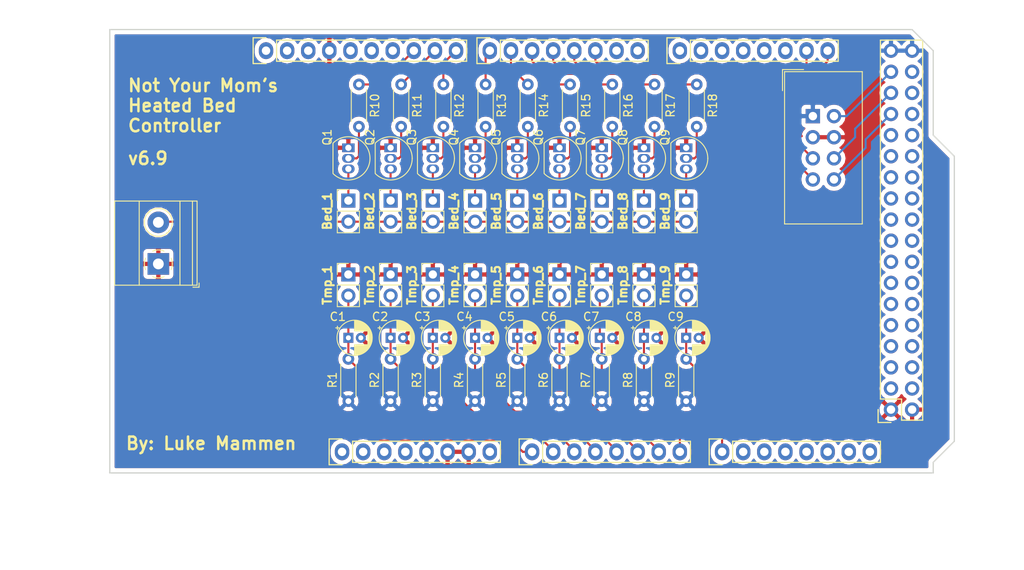
<source format=kicad_pcb>
(kicad_pcb (version 20171130) (host pcbnew "(5.0.2)-1")
  (title_block (date "mar. 31 mars 2015"))
  (layers (0 F.Cu signal) (31 B.Cu signal) (34 B.Paste user) (35 F.Paste user) (36 B.SilkS user) (37 F.SilkS user) (38 B.Mask user) (39 F.Mask user) (44 Edge.Cuts user))
  (net 0 "")
  (net 1 GND)
  (net 2 "/52(SCK)")
  (net 3 "/53(SS)")
  (net 4 "/50(MISO)")
  (net 5 "/51(MOSI)")
  (net 6 /48)
  (net 7 /49)
  (net 8 /46)
  (net 9 /47)
  (net 10 /44)
  (net 11 /45)
  (net 12 /42)
  (net 13 /43)
  (net 14 /40)
  (net 15 /41)
  (net 16 /38)
  (net 17 /39)
  (net 18 /36)
  (net 19 /37)
  (net 20 /34)
  (net 21 /35)
  (net 22 /32)
  (net 23 /33)
  (net 24 /30)
  (net 25 /31)
  (net 26 /28)
  (net 27 /29)
  (net 28 /26)
  (net 29 /27)
  (net 30 /24)
  (net 31 /25)
  (net 32 /22)
  (net 33 /23)
  (net 34 +5V)
  (net 35 /IOREF)
  (net 36 /Reset)
  (net 37 /Vin)
  (net 38 /A0)
  (net 39 /A1)
  (net 40 /A2)
  (net 41 /A3)
  (net 42 /A4)
  (net 43 /A5)
  (net 44 /A6)
  (net 45 /A7)
  (net 46 /A8)
  (net 47 /A9)
  (net 48 /A10)
  (net 49 /A11)
  (net 50 /A12)
  (net 51 /A13)
  (net 52 /A14)
  (net 53 /A15)
  (net 54 /SCL)
  (net 55 /SDA)
  (net 56 /AREF)
  (net 57 "/13(**)")
  (net 58 "/12(**)")
  (net 59 "/11(**)")
  (net 60 "/10(**)")
  (net 61 "/9(**)")
  (net 62 "/8(**)")
  (net 63 "/7(**)")
  (net 64 "/6(**)")
  (net 65 "/5(**)")
  (net 66 "/4(**)")
  (net 67 "/3(**)")
  (net 68 "/2(**)")
  (net 69 "/20(SDA)")
  (net 70 "/21(SCL)")
  (net 71 "Net-(P2-Pad1)")
  (net 72 +3V3)
  (net 73 "/1(Tx0)")
  (net 74 "/0(Rx0)")
  (net 75 "/14(Tx3)")
  (net 76 "/15(Rx3)")
  (net 77 "/16(Tx2)")
  (net 78 "/17(Rx2)")
  (net 79 "/18(Tx1)")
  (net 80 "/19(Rx1)")
  (net 81 "Net-(J1-Pad1)")
  (net 82 +12V)
  (net 83 "Net-(J2-Pad1)")
  (net 84 "Net-(J3-Pad1)")
  (net 85 "Net-(J4-Pad1)")
  (net 86 "Net-(J5-Pad1)")
  (net 87 "Net-(J6-Pad1)")
  (net 88 "Net-(J7-Pad1)")
  (net 89 "Net-(J8-Pad1)")
  (net 90 "Net-(J9-Pad1)")
  (net 91 "Net-(Q1-Pad2)")
  (net 92 "Net-(Q2-Pad2)")
  (net 93 "Net-(Q3-Pad2)")
  (net 94 "Net-(Q4-Pad2)")
  (net 95 "Net-(Q5-Pad2)")
  (net 96 "Net-(Q6-Pad2)")
  (net 97 "Net-(Q7-Pad2)")
  (net 98 "Net-(Q8-Pad2)")
  (net 99 "Net-(Q9-Pad2)")
  (module Socket_Arduino_Mega:Socket_Strip_Arduino_1x08 (layer F.Cu) (at 177.038 119.126)
    (fp_text reference P4 hide)
    (fp_text value Analog)
    (pad 1 thru_hole oval (at 0 0) (size 1.7272 2.032) (drill 1.016) (layers *.Cu *.Mask) (net 46 /A8))
    (pad 2 thru_hole oval (at 2.54 0) (size 1.7272 2.032) (drill 1.016) (layers *.Cu *.Mask) (net 47 /A9))
    (pad 3 thru_hole oval (at 5.08 0) (size 1.7272 2.032) (drill 1.016) (layers *.Cu *.Mask) (net 48 /A10))
    (pad 4 thru_hole oval (at 7.62 0) (size 1.7272 2.032) (drill 1.016) (layers *.Cu *.Mask) (net 49 /A11))
    (pad 5 thru_hole oval (at 10.16 0) (size 1.7272 2.032) (drill 1.016) (layers *.Cu *.Mask) (net 50 /A12))
    (pad 6 thru_hole oval (at 12.7 0) (size 1.7272 2.032) (drill 1.016) (layers *.Cu *.Mask) (net 51 /A13))
    (pad 7 thru_hole oval (at 15.24 0) (size 1.7272 2.032) (drill 1.016) (layers *.Cu *.Mask) (net 52 /A14))
    (pad 8 thru_hole oval (at 17.78 0) (size 1.7272 2.032) (drill 1.016) (layers *.Cu *.Mask) (net 53 /A15))
  )
  (module Socket_Arduino_Mega:Socket_Strip_Arduino_1x08 (layer F.Cu) (at 154.178 119.126)
    (fp_text reference P3 hide)
    (fp_text value Analog)
    (pad 1 thru_hole oval (at 0 0) (size 1.7272 2.032) (drill 1.016) (layers *.Cu *.Mask) (net 38 /A0))
    (pad 2 thru_hole oval (at 2.54 0) (size 1.7272 2.032) (drill 1.016) (layers *.Cu *.Mask) (net 39 /A1))
    (pad 3 thru_hole oval (at 5.08 0) (size 1.7272 2.032) (drill 1.016) (layers *.Cu *.Mask) (net 40 /A2))
    (pad 4 thru_hole oval (at 7.62 0) (size 1.7272 2.032) (drill 1.016) (layers *.Cu *.Mask) (net 41 /A3))
    (pad 5 thru_hole oval (at 10.16 0) (size 1.7272 2.032) (drill 1.016) (layers *.Cu *.Mask) (net 42 /A4))
    (pad 6 thru_hole oval (at 12.7 0) (size 1.7272 2.032) (drill 1.016) (layers *.Cu *.Mask) (net 43 /A5))
    (pad 7 thru_hole oval (at 15.24 0) (size 1.7272 2.032) (drill 1.016) (layers *.Cu *.Mask) (net 44 /A6))
    (pad 8 thru_hole oval (at 17.78 0) (size 1.7272 2.032) (drill 1.016) (layers *.Cu *.Mask) (net 45 /A7))
  )
  (module Socket_Arduino_Mega:Socket_Strip_Arduino_1x08 (layer F.Cu) (at 131.318 119.126)
    (fp_text reference P2 hide)
    (fp_text value Power)
    (pad 1 thru_hole oval (at 0 0) (size 1.7272 2.032) (drill 1.016) (layers *.Cu *.Mask) (net 71 "Net-(P2-Pad1)"))
    (pad 2 thru_hole oval (at 2.54 0) (size 1.7272 2.032) (drill 1.016) (layers *.Cu *.Mask) (net 35 /IOREF))
    (pad 3 thru_hole oval (at 5.08 0) (size 1.7272 2.032) (drill 1.016) (layers *.Cu *.Mask) (net 36 /Reset))
    (pad 4 thru_hole oval (at 7.62 0) (size 1.7272 2.032) (drill 1.016) (layers *.Cu *.Mask) (net 72 +3V3))
    (pad 5 thru_hole oval (at 10.16 0) (size 1.7272 2.032) (drill 1.016) (layers *.Cu *.Mask) (net 34 +5V))
    (pad 6 thru_hole oval (at 12.7 0) (size 1.7272 2.032) (drill 1.016) (layers *.Cu *.Mask) (net 1 GND))
    (pad 7 thru_hole oval (at 15.24 0) (size 1.7272 2.032) (drill 1.016) (layers *.Cu *.Mask) (net 1 GND))
    (pad 8 thru_hole oval (at 17.78 0) (size 1.7272 2.032) (drill 1.016) (layers *.Cu *.Mask) (net 37 /Vin))
  )
  (module Socket_Arduino_Mega:Socket_Strip_Arduino_2x18 (layer F.Cu) (at 197.358 114.046 90)
    (fp_text reference P1 hide)
    (fp_text value Digital)
    (pad 1 thru_hole circle (at 0 0 90) (size 1.7272 1.7272) (drill 1.016) (layers *.Cu *.Mask) (net 1 GND))
    (pad 2 thru_hole oval (at 0 2.54 90) (size 1.7272 1.7272) (drill 1.016) (layers *.Cu *.Mask) (net 1 GND))
    (pad 3 thru_hole oval (at 2.54 0 90) (size 1.7272 1.7272) (drill 1.016) (layers *.Cu *.Mask) (net 2 "/52(SCK)"))
    (pad 4 thru_hole oval (at 2.54 2.54 90) (size 1.7272 1.7272) (drill 1.016) (layers *.Cu *.Mask) (net 3 "/53(SS)"))
    (pad 5 thru_hole oval (at 5.08 0 90) (size 1.7272 1.7272) (drill 1.016) (layers *.Cu *.Mask) (net 4 "/50(MISO)"))
    (pad 6 thru_hole oval (at 5.08 2.54 90) (size 1.7272 1.7272) (drill 1.016) (layers *.Cu *.Mask) (net 5 "/51(MOSI)"))
    (pad 7 thru_hole oval (at 7.62 0 90) (size 1.7272 1.7272) (drill 1.016) (layers *.Cu *.Mask) (net 6 /48))
    (pad 8 thru_hole oval (at 7.62 2.54 90) (size 1.7272 1.7272) (drill 1.016) (layers *.Cu *.Mask) (net 7 /49))
    (pad 9 thru_hole oval (at 10.16 0 90) (size 1.7272 1.7272) (drill 1.016) (layers *.Cu *.Mask) (net 8 /46))
    (pad 10 thru_hole oval (at 10.16 2.54 90) (size 1.7272 1.7272) (drill 1.016) (layers *.Cu *.Mask) (net 9 /47))
    (pad 11 thru_hole oval (at 12.7 0 90) (size 1.7272 1.7272) (drill 1.016) (layers *.Cu *.Mask) (net 10 /44))
    (pad 12 thru_hole oval (at 12.7 2.54 90) (size 1.7272 1.7272) (drill 1.016) (layers *.Cu *.Mask) (net 11 /45))
    (pad 13 thru_hole oval (at 15.24 0 90) (size 1.7272 1.7272) (drill 1.016) (layers *.Cu *.Mask) (net 12 /42))
    (pad 14 thru_hole oval (at 15.24 2.54 90) (size 1.7272 1.7272) (drill 1.016) (layers *.Cu *.Mask) (net 13 /43))
    (pad 15 thru_hole oval (at 17.78 0 90) (size 1.7272 1.7272) (drill 1.016) (layers *.Cu *.Mask) (net 14 /40))
    (pad 16 thru_hole oval (at 17.78 2.54 90) (size 1.7272 1.7272) (drill 1.016) (layers *.Cu *.Mask) (net 15 /41))
    (pad 17 thru_hole oval (at 20.32 0 90) (size 1.7272 1.7272) (drill 1.016) (layers *.Cu *.Mask) (net 16 /38))
    (pad 18 thru_hole oval (at 20.32 2.54 90) (size 1.7272 1.7272) (drill 1.016) (layers *.Cu *.Mask) (net 17 /39))
    (pad 19 thru_hole oval (at 22.86 0 90) (size 1.7272 1.7272) (drill 1.016) (layers *.Cu *.Mask) (net 18 /36))
    (pad 20 thru_hole oval (at 22.86 2.54 90) (size 1.7272 1.7272) (drill 1.016) (layers *.Cu *.Mask) (net 19 /37))
    (pad 21 thru_hole oval (at 25.4 0 90) (size 1.7272 1.7272) (drill 1.016) (layers *.Cu *.Mask) (net 20 /34))
    (pad 22 thru_hole oval (at 25.4 2.54 90) (size 1.7272 1.7272) (drill 1.016) (layers *.Cu *.Mask) (net 21 /35))
    (pad 23 thru_hole oval (at 27.94 0 90) (size 1.7272 1.7272) (drill 1.016) (layers *.Cu *.Mask) (net 22 /32))
    (pad 24 thru_hole oval (at 27.94 2.54 90) (size 1.7272 1.7272) (drill 1.016) (layers *.Cu *.Mask) (net 23 /33))
    (pad 25 thru_hole oval (at 30.48 0 90) (size 1.7272 1.7272) (drill 1.016) (layers *.Cu *.Mask) (net 24 /30))
    (pad 26 thru_hole oval (at 30.48 2.54 90) (size 1.7272 1.7272) (drill 1.016) (layers *.Cu *.Mask) (net 25 /31))
    (pad 27 thru_hole oval (at 33.02 0 90) (size 1.7272 1.7272) (drill 1.016) (layers *.Cu *.Mask) (net 26 /28))
    (pad 28 thru_hole oval (at 33.02 2.54 90) (size 1.7272 1.7272) (drill 1.016) (layers *.Cu *.Mask) (net 27 /29))
    (pad 29 thru_hole oval (at 35.56 0 90) (size 1.7272 1.7272) (drill 1.016) (layers *.Cu *.Mask) (net 28 /26))
    (pad 30 thru_hole oval (at 35.56 2.54 90) (size 1.7272 1.7272) (drill 1.016) (layers *.Cu *.Mask) (net 29 /27))
    (pad 31 thru_hole oval (at 38.1 0 90) (size 1.7272 1.7272) (drill 1.016) (layers *.Cu *.Mask) (net 30 /24))
    (pad 32 thru_hole oval (at 38.1 2.54 90) (size 1.7272 1.7272) (drill 1.016) (layers *.Cu *.Mask) (net 31 /25))
    (pad 33 thru_hole oval (at 40.64 0 90) (size 1.7272 1.7272) (drill 1.016) (layers *.Cu *.Mask) (net 32 /22))
    (pad 34 thru_hole oval (at 40.64 2.54 90) (size 1.7272 1.7272) (drill 1.016) (layers *.Cu *.Mask) (net 33 /23))
    (pad 35 thru_hole oval (at 43.18 0 90) (size 1.7272 1.7272) (drill 1.016) (layers *.Cu *.Mask) (net 34 +5V))
    (pad 36 thru_hole oval (at 43.18 2.54 90) (size 1.7272 1.7272) (drill 1.016) (layers *.Cu *.Mask) (net 34 +5V))
  )
  (module Socket_Arduino_Mega:Socket_Strip_Arduino_1x08 (layer F.Cu) (at 171.958 70.866)
    (fp_text reference P7 hide)
    (fp_text value Communication)
    (pad 1 thru_hole oval (at 0 0) (size 1.7272 2.032) (drill 1.016) (layers *.Cu *.Mask) (net 75 "/14(Tx3)"))
    (pad 2 thru_hole oval (at 2.54 0) (size 1.7272 2.032) (drill 1.016) (layers *.Cu *.Mask) (net 76 "/15(Rx3)"))
    (pad 3 thru_hole oval (at 5.08 0) (size 1.7272 2.032) (drill 1.016) (layers *.Cu *.Mask) (net 77 "/16(Tx2)"))
    (pad 4 thru_hole oval (at 7.62 0) (size 1.7272 2.032) (drill 1.016) (layers *.Cu *.Mask) (net 78 "/17(Rx2)"))
    (pad 5 thru_hole oval (at 10.16 0) (size 1.7272 2.032) (drill 1.016) (layers *.Cu *.Mask) (net 79 "/18(Tx1)"))
    (pad 6 thru_hole oval (at 12.7 0) (size 1.7272 2.032) (drill 1.016) (layers *.Cu *.Mask) (net 80 "/19(Rx1)"))
    (pad 7 thru_hole oval (at 15.24 0) (size 1.7272 2.032) (drill 1.016) (layers *.Cu *.Mask) (net 69 "/20(SDA)"))
    (pad 8 thru_hole oval (at 17.78 0) (size 1.7272 2.032) (drill 1.016) (layers *.Cu *.Mask) (net 70 "/21(SCL)"))
  )
  (module Socket_Arduino_Mega:Socket_Strip_Arduino_1x08 (layer F.Cu) (at 149.098 70.866)
    (fp_text reference P6 hide)
    (fp_text value PWM)
    (pad 1 thru_hole oval (at 0 0) (size 1.7272 2.032) (drill 1.016) (layers *.Cu *.Mask) (net 63 "/7(**)"))
    (pad 2 thru_hole oval (at 2.54 0) (size 1.7272 2.032) (drill 1.016) (layers *.Cu *.Mask) (net 64 "/6(**)"))
    (pad 3 thru_hole oval (at 5.08 0) (size 1.7272 2.032) (drill 1.016) (layers *.Cu *.Mask) (net 65 "/5(**)"))
    (pad 4 thru_hole oval (at 7.62 0) (size 1.7272 2.032) (drill 1.016) (layers *.Cu *.Mask) (net 66 "/4(**)"))
    (pad 5 thru_hole oval (at 10.16 0) (size 1.7272 2.032) (drill 1.016) (layers *.Cu *.Mask) (net 67 "/3(**)"))
    (pad 6 thru_hole oval (at 12.7 0) (size 1.7272 2.032) (drill 1.016) (layers *.Cu *.Mask) (net 68 "/2(**)"))
    (pad 7 thru_hole oval (at 15.24 0) (size 1.7272 2.032) (drill 1.016) (layers *.Cu *.Mask) (net 73 "/1(Tx0)"))
    (pad 8 thru_hole oval (at 17.78 0) (size 1.7272 2.032) (drill 1.016) (layers *.Cu *.Mask) (net 74 "/0(Rx0)"))
  )
  (module Socket_Arduino_Mega:Socket_Strip_Arduino_1x10 (layer F.Cu) (at 122.174 70.866)
    (fp_text reference P5 hide)
    (fp_text value PWM)
    (pad 1 thru_hole oval (at 0 0) (size 1.7272 2.032) (drill 1.016) (layers *.Cu *.Mask) (net 54 /SCL))
    (pad 2 thru_hole oval (at 2.54 0) (size 1.7272 2.032) (drill 1.016) (layers *.Cu *.Mask) (net 55 /SDA))
    (pad 3 thru_hole oval (at 5.08 0) (size 1.7272 2.032) (drill 1.016) (layers *.Cu *.Mask) (net 56 /AREF))
    (pad 4 thru_hole oval (at 7.62 0) (size 1.7272 2.032) (drill 1.016) (layers *.Cu *.Mask) (net 1 GND))
    (pad 5 thru_hole oval (at 10.16 0) (size 1.7272 2.032) (drill 1.016) (layers *.Cu *.Mask) (net 57 "/13(**)"))
    (pad 6 thru_hole oval (at 12.7 0) (size 1.7272 2.032) (drill 1.016) (layers *.Cu *.Mask) (net 58 "/12(**)"))
    (pad 7 thru_hole oval (at 15.24 0) (size 1.7272 2.032) (drill 1.016) (layers *.Cu *.Mask) (net 59 "/11(**)"))
    (pad 8 thru_hole oval (at 17.78 0) (size 1.7272 2.032) (drill 1.016) (layers *.Cu *.Mask) (net 60 "/10(**)"))
    (pad 9 thru_hole oval (at 20.32 0) (size 1.7272 2.032) (drill 1.016) (layers *.Cu *.Mask) (net 61 "/9(**)"))
    (pad 10 thru_hole oval (at 22.86 0) (size 1.7272 2.032) (drill 1.016) (layers *.Cu *.Mask) (net 62 "/8(**)"))
  )
  (module Capacitor_THT:CP_Radial_D4.0mm_P1.50mm (layer F.Cu) (at 132.08 105.41)
    (fp_text reference C1 (at -1.27 -2.54) (layer F.SilkS))
    (fp_text value 10uF)
    (pad 2 thru_hole circle (at 1.5 0) (size 1.2 1.2) (drill 0.6) (layers *.Cu *.Mask) (net 1 GND))
    (pad 1 thru_hole rect (at 0 0) (size 1.2 1.2) (drill 0.6) (layers *.Cu *.Mask) (net 38 /A0))
  )
  (module Capacitor_THT:CP_Radial_D4.0mm_P1.50mm (layer F.Cu) (at 137.16 105.41)
    (fp_text reference C2 (at -1.27 -2.54) (layer F.SilkS))
    (fp_text value 10uF)
    (pad 2 thru_hole circle (at 1.5 0) (size 1.2 1.2) (drill 0.6) (layers *.Cu *.Mask) (net 1 GND))
    (pad 1 thru_hole rect (at 0 0) (size 1.2 1.2) (drill 0.6) (layers *.Cu *.Mask) (net 39 /A1))
  )
  (module Capacitor_THT:CP_Radial_D4.0mm_P1.50mm (layer F.Cu) (at 142.24 105.41)
    (fp_text reference C3 (at -1.27 -2.54) (layer F.SilkS))
    (fp_text value 10uF)
    (pad 2 thru_hole circle (at 1.5 0) (size 1.2 1.2) (drill 0.6) (layers *.Cu *.Mask) (net 1 GND))
    (pad 1 thru_hole rect (at 0 0) (size 1.2 1.2) (drill 0.6) (layers *.Cu *.Mask) (net 40 /A2))
  )
  (module Capacitor_THT:CP_Radial_D4.0mm_P1.50mm (layer F.Cu) (at 147.32 105.41)
    (fp_text reference C4 (at -1.27 -2.54) (layer F.SilkS))
    (fp_text value 10uF)
    (pad 2 thru_hole circle (at 1.5 0) (size 1.2 1.2) (drill 0.6) (layers *.Cu *.Mask) (net 1 GND))
    (pad 1 thru_hole rect (at 0 0) (size 1.2 1.2) (drill 0.6) (layers *.Cu *.Mask) (net 41 /A3))
  )
  (module Capacitor_THT:CP_Radial_D4.0mm_P1.50mm (layer F.Cu) (at 152.4 105.41)
    (fp_text reference C5 (at -1.27 -2.54) (layer F.SilkS))
    (fp_text value 10uF)
    (pad 2 thru_hole circle (at 1.5 0) (size 1.2 1.2) (drill 0.6) (layers *.Cu *.Mask) (net 1 GND))
    (pad 1 thru_hole rect (at 0 0) (size 1.2 1.2) (drill 0.6) (layers *.Cu *.Mask) (net 42 /A4))
  )
  (module Capacitor_THT:CP_Radial_D4.0mm_P1.50mm (layer F.Cu) (at 157.48 105.41)
    (fp_text reference C6 (at -1.27 -2.54) (layer F.SilkS))
    (fp_text value 10uF)
    (pad 2 thru_hole circle (at 1.5 0) (size 1.2 1.2) (drill 0.6) (layers *.Cu *.Mask) (net 1 GND))
    (pad 1 thru_hole rect (at 0 0) (size 1.2 1.2) (drill 0.6) (layers *.Cu *.Mask) (net 43 /A5))
  )
  (module Capacitor_THT:CP_Radial_D4.0mm_P1.50mm (layer F.Cu) (at 162.33 105.41)
    (fp_text reference C7 (at -1.04 -2.54) (layer F.SilkS))
    (fp_text value 10uF)
    (pad 2 thru_hole circle (at 1.5 0) (size 1.2 1.2) (drill 0.6) (layers *.Cu *.Mask) (net 1 GND))
    (pad 1 thru_hole rect (at 0 0) (size 1.2 1.2) (drill 0.6) (layers *.Cu *.Mask) (net 44 /A6))
  )
  (module Capacitor_THT:CP_Radial_D4.0mm_P1.50mm (layer F.Cu) (at 167.64 105.41)
    (fp_text reference C8 (at -1.27 -2.54) (layer F.SilkS))
    (fp_text value 10uF)
    (pad 2 thru_hole circle (at 1.5 0) (size 1.2 1.2) (drill 0.6) (layers *.Cu *.Mask) (net 1 GND))
    (pad 1 thru_hole rect (at 0 0) (size 1.2 1.2) (drill 0.6) (layers *.Cu *.Mask) (net 45 /A7))
  )
  (module Capacitor_THT:CP_Radial_D4.0mm_P1.50mm (layer F.Cu) (at 172.72 105.41)
    (fp_text reference C9 (at -1.27 -2.54) (layer F.SilkS))
    (fp_text value 10uF)
    (pad 2 thru_hole circle (at 1.5 0) (size 1.2 1.2) (drill 0.6) (layers *.Cu *.Mask) (net 1 GND))
    (pad 1 thru_hole rect (at 0 0) (size 1.2 1.2) (drill 0.6) (layers *.Cu *.Mask) (net 46 /A8))
  )
  (module Connector_PinHeader_2.54mm:PinHeader_1x02_P2.54mm_Vertical (layer F.Cu) (at 132.08 88.9)
    (fp_text reference J1 hide)
    (fp_text value bed_ctrl_1)
    (pad 2 thru_hole oval (at 0 2.54) (size 1.7 1.7) (drill 1) (layers *.Cu *.Mask) (net 82 +12V))
    (pad 1 thru_hole rect (at 0 0) (size 1.7 1.7) (drill 1) (layers *.Cu *.Mask) (net 81 "Net-(J1-Pad1)"))
  )
  (module Connector_PinHeader_2.54mm:PinHeader_1x02_P2.54mm_Vertical (layer F.Cu) (at 137.16 88.9)
    (fp_text reference J2 hide)
    (fp_text value bed_ctrl_2)
    (pad 2 thru_hole oval (at 0 2.54) (size 1.7 1.7) (drill 1) (layers *.Cu *.Mask) (net 82 +12V))
    (pad 1 thru_hole rect (at 0 0) (size 1.7 1.7) (drill 1) (layers *.Cu *.Mask) (net 83 "Net-(J2-Pad1)"))
  )
  (module Connector_PinHeader_2.54mm:PinHeader_1x02_P2.54mm_Vertical (layer F.Cu) (at 142.24 88.9)
    (fp_text reference J3 hide)
    (fp_text value bed_ctrl_3)
    (pad 2 thru_hole oval (at 0 2.54) (size 1.7 1.7) (drill 1) (layers *.Cu *.Mask) (net 82 +12V))
    (pad 1 thru_hole rect (at 0 0) (size 1.7 1.7) (drill 1) (layers *.Cu *.Mask) (net 84 "Net-(J3-Pad1)"))
  )
  (module Connector_PinHeader_2.54mm:PinHeader_1x02_P2.54mm_Vertical (layer F.Cu) (at 147.32 88.9)
    (fp_text reference J4 hide)
    (fp_text value bed_ctrl_4)
    (pad 2 thru_hole oval (at 0 2.54) (size 1.7 1.7) (drill 1) (layers *.Cu *.Mask) (net 82 +12V))
    (pad 1 thru_hole rect (at 0 0) (size 1.7 1.7) (drill 1) (layers *.Cu *.Mask) (net 85 "Net-(J4-Pad1)"))
  )
  (module Connector_PinHeader_2.54mm:PinHeader_1x02_P2.54mm_Vertical (layer F.Cu) (at 152.4 88.9)
    (fp_text reference J5 hide)
    (fp_text value bed_ctrl_5)
    (pad 2 thru_hole oval (at 0 2.54) (size 1.7 1.7) (drill 1) (layers *.Cu *.Mask) (net 82 +12V))
    (pad 1 thru_hole rect (at 0 0) (size 1.7 1.7) (drill 1) (layers *.Cu *.Mask) (net 86 "Net-(J5-Pad1)"))
  )
  (module Connector_PinHeader_2.54mm:PinHeader_1x02_P2.54mm_Vertical (layer F.Cu) (at 157.48 88.9)
    (fp_text reference J6 hide)
    (fp_text value bed_ctrl_6)
    (pad 2 thru_hole oval (at 0 2.54) (size 1.7 1.7) (drill 1) (layers *.Cu *.Mask) (net 82 +12V))
    (pad 1 thru_hole rect (at 0 0) (size 1.7 1.7) (drill 1) (layers *.Cu *.Mask) (net 87 "Net-(J6-Pad1)"))
  )
  (module Connector_PinHeader_2.54mm:PinHeader_1x02_P2.54mm_Vertical (layer F.Cu) (at 162.56 88.9)
    (fp_text reference J7 hide)
    (fp_text value bed_ctrl_7)
    (pad 2 thru_hole oval (at 0 2.54) (size 1.7 1.7) (drill 1) (layers *.Cu *.Mask) (net 82 +12V))
    (pad 1 thru_hole rect (at 0 0) (size 1.7 1.7) (drill 1) (layers *.Cu *.Mask) (net 88 "Net-(J7-Pad1)"))
  )
  (module Connector_PinHeader_2.54mm:PinHeader_1x02_P2.54mm_Vertical (layer F.Cu) (at 167.64 88.9)
    (fp_text reference J8 hide)
    (fp_text value bed_ctrl_8)
    (pad 2 thru_hole oval (at 0 2.54) (size 1.7 1.7) (drill 1) (layers *.Cu *.Mask) (net 82 +12V))
    (pad 1 thru_hole rect (at 0 0) (size 1.7 1.7) (drill 1) (layers *.Cu *.Mask) (net 89 "Net-(J8-Pad1)"))
  )
  (module Connector_PinHeader_2.54mm:PinHeader_1x02_P2.54mm_Vertical (layer F.Cu) (at 172.72 88.9)
    (fp_text reference J9 hide)
    (fp_text value bed_ctrl_9)
    (pad 2 thru_hole oval (at 0 2.54) (size 1.7 1.7) (drill 1) (layers *.Cu *.Mask) (net 82 +12V))
    (pad 1 thru_hole rect (at 0 0) (size 1.7 1.7) (drill 1) (layers *.Cu *.Mask) (net 90 "Net-(J9-Pad1)"))
  )
  (module TerminalBlock_Phoenix:TerminalBlock_Phoenix_MKDS-1,5-2_1x02_P5.00mm_Horizontal (layer F.Cu) (at 109.22 96.52 90)
    (fp_text reference J10 hide)
    (fp_text value 12v_In)
    (pad 2 thru_hole circle (at 5 0 90) (size 2.6 2.6) (drill 1.3) (layers *.Cu *.Mask) (net 82 +12V))
    (pad 1 thru_hole rect (at 0 0 90) (size 2.6 2.6) (drill 1.3) (layers *.Cu *.Mask) (net 1 GND))
  )
  (module Connector_PinHeader_2.54mm:PinHeader_1x02_P2.54mm_Vertical (layer F.Cu) (at 132.08 97.79)
    (fp_text reference J11 hide)
    (fp_text value Therm_1)
    (pad 2 thru_hole oval (at 0 2.54) (size 1.7 1.7) (drill 1) (layers *.Cu *.Mask) (net 38 /A0))
    (pad 1 thru_hole rect (at 0 0) (size 1.7 1.7) (drill 1) (layers *.Cu *.Mask) (net 1 GND))
  )
  (module Connector_PinHeader_2.54mm:PinHeader_1x02_P2.54mm_Vertical (layer F.Cu) (at 137.16 97.79)
    (fp_text reference J12 hide)
    (fp_text value Therm_2)
    (pad 2 thru_hole oval (at 0 2.54) (size 1.7 1.7) (drill 1) (layers *.Cu *.Mask) (net 39 /A1))
    (pad 1 thru_hole rect (at 0 0) (size 1.7 1.7) (drill 1) (layers *.Cu *.Mask) (net 1 GND))
  )
  (module Connector_PinHeader_2.54mm:PinHeader_1x02_P2.54mm_Vertical (layer F.Cu) (at 142.24 97.79)
    (fp_text reference J13 hide)
    (fp_text value Therm_3)
    (pad 2 thru_hole oval (at 0 2.54) (size 1.7 1.7) (drill 1) (layers *.Cu *.Mask) (net 40 /A2))
    (pad 1 thru_hole rect (at 0 0) (size 1.7 1.7) (drill 1) (layers *.Cu *.Mask) (net 1 GND))
  )
  (module Connector_PinHeader_2.54mm:PinHeader_1x02_P2.54mm_Vertical (layer F.Cu) (at 147.32 97.79)
    (fp_text reference J14 hide)
    (fp_text value Therm_4)
    (pad 2 thru_hole oval (at 0 2.54) (size 1.7 1.7) (drill 1) (layers *.Cu *.Mask) (net 41 /A3))
    (pad 1 thru_hole rect (at 0 0) (size 1.7 1.7) (drill 1) (layers *.Cu *.Mask) (net 1 GND))
  )
  (module Connector_PinHeader_2.54mm:PinHeader_1x02_P2.54mm_Vertical (layer F.Cu) (at 152.4 97.79)
    (fp_text reference J15 hide)
    (fp_text value Therm_5)
    (pad 2 thru_hole oval (at 0 2.54) (size 1.7 1.7) (drill 1) (layers *.Cu *.Mask) (net 42 /A4))
    (pad 1 thru_hole rect (at 0 0) (size 1.7 1.7) (drill 1) (layers *.Cu *.Mask) (net 1 GND))
  )
  (module Connector_PinHeader_2.54mm:PinHeader_1x02_P2.54mm_Vertical (layer F.Cu) (at 157.48 97.79)
    (fp_text reference J16 hide)
    (fp_text value Therm_6)
    (pad 2 thru_hole oval (at 0 2.54) (size 1.7 1.7) (drill 1) (layers *.Cu *.Mask) (net 43 /A5))
    (pad 1 thru_hole rect (at 0 0) (size 1.7 1.7) (drill 1) (layers *.Cu *.Mask) (net 1 GND))
  )
  (module Connector_PinHeader_2.54mm:PinHeader_1x02_P2.54mm_Vertical (layer F.Cu) (at 162.56 97.79)
    (fp_text reference J17 hide)
    (fp_text value Therm_7)
    (pad 2 thru_hole oval (at 0 2.54) (size 1.7 1.7) (drill 1) (layers *.Cu *.Mask) (net 44 /A6))
    (pad 1 thru_hole rect (at 0 0) (size 1.7 1.7) (drill 1) (layers *.Cu *.Mask) (net 1 GND))
  )
  (module Connector_PinHeader_2.54mm:PinHeader_1x02_P2.54mm_Vertical (layer F.Cu) (at 167.64 97.79)
    (fp_text reference J18 hide)
    (fp_text value Therm_8)
    (pad 2 thru_hole oval (at 0 2.54) (size 1.7 1.7) (drill 1) (layers *.Cu *.Mask) (net 45 /A7))
    (pad 1 thru_hole rect (at 0 0) (size 1.7 1.7) (drill 1) (layers *.Cu *.Mask) (net 1 GND))
  )
  (module Connector_PinHeader_2.54mm:PinHeader_1x02_P2.54mm_Vertical (layer F.Cu) (at 172.72 97.79)
    (fp_text reference J19 hide)
    (fp_text value Therm_9)
    (pad 2 thru_hole oval (at 0 2.54) (size 1.7 1.7) (drill 1) (layers *.Cu *.Mask) (net 46 /A8))
    (pad 1 thru_hole rect (at 0 0) (size 1.7 1.7) (drill 1) (layers *.Cu *.Mask) (net 1 GND))
  )
  (module Connector_IDC:IDC-Header_2x04_P2.54mm_Vertical (layer F.Cu) (at 187.96 78.74)
    (fp_text reference J20 hide)
    (fp_text value LCD&ENC)
    (pad 8 thru_hole oval (at 2.54 7.62) (size 1.7272 1.7272) (drill 1.016) (layers *.Cu *.Mask) (net 28 /26))
    (pad 7 thru_hole oval (at 0 7.62) (size 1.7272 1.7272) (drill 1.016) (layers *.Cu *.Mask) (net 69 "/20(SDA)"))
    (pad 6 thru_hole oval (at 2.54 5.08) (size 1.7272 1.7272) (drill 1.016) (layers *.Cu *.Mask) (net 30 /24))
    (pad 5 thru_hole oval (at 0 5.08) (size 1.7272 1.7272) (drill 1.016) (layers *.Cu *.Mask) (net 70 "/21(SCL)"))
    (pad 4 thru_hole oval (at 2.54 2.54) (size 1.7272 1.7272) (drill 1.016) (layers *.Cu *.Mask) (net 1 GND))
    (pad 3 thru_hole oval (at 0 2.54) (size 1.7272 1.7272) (drill 1.016) (layers *.Cu *.Mask) (net 1 GND))
    (pad 2 thru_hole oval (at 2.54 0) (size 1.7272 1.7272) (drill 1.016) (layers *.Cu *.Mask) (net 32 /22))
    (pad 1 thru_hole rect (at 0 0) (size 1.7272 1.7272) (drill 1.016) (layers *.Cu *.Mask) (net 34 +5V))
  )
  (module Resistor_THT:R_Axial_DIN0204_L3.6mm_D1.6mm_P5.08mm_Horizontal (layer F.Cu) (at 132.08 113.03 90)
    (fp_text reference R1 (at 2.54 -1.92 90) (layer F.SilkS))
    (fp_text value 4.7k)
    (pad 2 thru_hole oval (at 5.08 0 90) (size 1.4 1.4) (drill 0.7) (layers *.Cu *.Mask) (net 38 /A0))
    (pad 1 thru_hole circle (at 0 0 90) (size 1.4 1.4) (drill 0.7) (layers *.Cu *.Mask) (net 34 +5V))
  )
  (module Resistor_THT:R_Axial_DIN0204_L3.6mm_D1.6mm_P5.08mm_Horizontal (layer F.Cu) (at 137.16 113.03 90)
    (fp_text reference R2 (at 2.54 -1.92 90) (layer F.SilkS))
    (fp_text value 4.7k)
    (pad 2 thru_hole oval (at 5.08 0 90) (size 1.4 1.4) (drill 0.7) (layers *.Cu *.Mask) (net 39 /A1))
    (pad 1 thru_hole circle (at 0 0 90) (size 1.4 1.4) (drill 0.7) (layers *.Cu *.Mask) (net 34 +5V))
  )
  (module Resistor_THT:R_Axial_DIN0204_L3.6mm_D1.6mm_P5.08mm_Horizontal (layer F.Cu) (at 142.24 113.03 90)
    (fp_text reference R3 (at 2.54 -1.92 90) (layer F.SilkS))
    (fp_text value 4.7k)
    (pad 2 thru_hole oval (at 5.08 0 90) (size 1.4 1.4) (drill 0.7) (layers *.Cu *.Mask) (net 40 /A2))
    (pad 1 thru_hole circle (at 0 0 90) (size 1.4 1.4) (drill 0.7) (layers *.Cu *.Mask) (net 34 +5V))
  )
  (module Resistor_THT:R_Axial_DIN0204_L3.6mm_D1.6mm_P5.08mm_Horizontal (layer F.Cu) (at 147.32 113.03 90)
    (fp_text reference R4 (at 2.54 -1.92 90) (layer F.SilkS))
    (fp_text value 4.7k)
    (pad 2 thru_hole oval (at 5.08 0 90) (size 1.4 1.4) (drill 0.7) (layers *.Cu *.Mask) (net 41 /A3))
    (pad 1 thru_hole circle (at 0 0 90) (size 1.4 1.4) (drill 0.7) (layers *.Cu *.Mask) (net 34 +5V))
  )
  (module Resistor_THT:R_Axial_DIN0204_L3.6mm_D1.6mm_P5.08mm_Horizontal (layer F.Cu) (at 152.4 113.03 90)
    (fp_text reference R5 (at 2.54 -1.92 90) (layer F.SilkS))
    (fp_text value 4.7k)
    (pad 2 thru_hole oval (at 5.08 0 90) (size 1.4 1.4) (drill 0.7) (layers *.Cu *.Mask) (net 42 /A4))
    (pad 1 thru_hole circle (at 0 0 90) (size 1.4 1.4) (drill 0.7) (layers *.Cu *.Mask) (net 34 +5V))
  )
  (module Resistor_THT:R_Axial_DIN0204_L3.6mm_D1.6mm_P5.08mm_Horizontal (layer F.Cu) (at 157.48 113.03 90)
    (fp_text reference R6 (at 2.54 -1.92 90) (layer F.SilkS))
    (fp_text value 4.7k)
    (pad 2 thru_hole oval (at 5.08 0 90) (size 1.4 1.4) (drill 0.7) (layers *.Cu *.Mask) (net 43 /A5))
    (pad 1 thru_hole circle (at 0 0 90) (size 1.4 1.4) (drill 0.7) (layers *.Cu *.Mask) (net 34 +5V))
  )
  (module Resistor_THT:R_Axial_DIN0204_L3.6mm_D1.6mm_P5.08mm_Horizontal (layer F.Cu) (at 162.56 113.03 90)
    (fp_text reference R7 (at 2.54 -1.92 90) (layer F.SilkS))
    (fp_text value 4.7k)
    (pad 2 thru_hole oval (at 5.08 0 90) (size 1.4 1.4) (drill 0.7) (layers *.Cu *.Mask) (net 44 /A6))
    (pad 1 thru_hole circle (at 0 0 90) (size 1.4 1.4) (drill 0.7) (layers *.Cu *.Mask) (net 34 +5V))
  )
  (module Resistor_THT:R_Axial_DIN0204_L3.6mm_D1.6mm_P5.08mm_Horizontal (layer F.Cu) (at 167.64 113.03 90)
    (fp_text reference R8 (at 2.54 -1.92 90) (layer F.SilkS))
    (fp_text value 4.7k)
    (pad 2 thru_hole oval (at 5.08 0 90) (size 1.4 1.4) (drill 0.7) (layers *.Cu *.Mask) (net 45 /A7))
    (pad 1 thru_hole circle (at 0 0 90) (size 1.4 1.4) (drill 0.7) (layers *.Cu *.Mask) (net 34 +5V))
  )
  (module Resistor_THT:R_Axial_DIN0204_L3.6mm_D1.6mm_P5.08mm_Horizontal (layer F.Cu) (at 172.72 113.03 90)
    (fp_text reference R9 (at 2.54 -1.92 90) (layer F.SilkS))
    (fp_text value 4.7k)
    (pad 2 thru_hole oval (at 5.08 0 90) (size 1.4 1.4) (drill 0.7) (layers *.Cu *.Mask) (net 46 /A8))
    (pad 1 thru_hole circle (at 0 0 90) (size 1.4 1.4) (drill 0.7) (layers *.Cu *.Mask) (net 34 +5V))
  )
  (module Resistor_THT:R_Axial_DIN0204_L3.6mm_D1.6mm_P5.08mm_Horizontal (layer F.Cu) (at 133.35 74.93 270)
    (fp_text reference R10 (at 2.54 -1.92 270) (layer F.SilkS))
    (fp_text value 220)
    (pad 2 thru_hole oval (at 5.08 0 270) (size 1.4 1.4) (drill 0.7) (layers *.Cu *.Mask) (net 91 "Net-(Q1-Pad2)"))
    (pad 1 thru_hole circle (at 0 0 270) (size 1.4 1.4) (drill 0.7) (layers *.Cu *.Mask) (net 60 "/10(**)"))
  )
  (module Resistor_THT:R_Axial_DIN0204_L3.6mm_D1.6mm_P5.08mm_Horizontal (layer F.Cu) (at 138.43 74.93 270)
    (fp_text reference R11 (at 2.54 -1.92 270) (layer F.SilkS))
    (fp_text value 220)
    (pad 2 thru_hole oval (at 5.08 0 270) (size 1.4 1.4) (drill 0.7) (layers *.Cu *.Mask) (net 92 "Net-(Q2-Pad2)"))
    (pad 1 thru_hole circle (at 0 0 270) (size 1.4 1.4) (drill 0.7) (layers *.Cu *.Mask) (net 61 "/9(**)"))
  )
  (module Resistor_THT:R_Axial_DIN0204_L3.6mm_D1.6mm_P5.08mm_Horizontal (layer F.Cu) (at 143.51 74.93 270)
    (fp_text reference R12 (at 2.54 -1.92 270) (layer F.SilkS))
    (fp_text value 220)
    (pad 2 thru_hole oval (at 5.08 0 270) (size 1.4 1.4) (drill 0.7) (layers *.Cu *.Mask) (net 93 "Net-(Q3-Pad2)"))
    (pad 1 thru_hole circle (at 0 0 270) (size 1.4 1.4) (drill 0.7) (layers *.Cu *.Mask) (net 62 "/8(**)"))
  )
  (module Resistor_THT:R_Axial_DIN0204_L3.6mm_D1.6mm_P5.08mm_Horizontal (layer F.Cu) (at 148.59 74.93 270)
    (fp_text reference R13 (at 2.54 -1.92 270) (layer F.SilkS))
    (fp_text value 220)
    (pad 2 thru_hole oval (at 5.08 0 270) (size 1.4 1.4) (drill 0.7) (layers *.Cu *.Mask) (net 94 "Net-(Q4-Pad2)"))
    (pad 1 thru_hole circle (at 0 0 270) (size 1.4 1.4) (drill 0.7) (layers *.Cu *.Mask) (net 63 "/7(**)"))
  )
  (module Resistor_THT:R_Axial_DIN0204_L3.6mm_D1.6mm_P5.08mm_Horizontal (layer F.Cu) (at 153.67 74.93 270)
    (fp_text reference R14 (at 2.54 -1.92 270) (layer F.SilkS))
    (fp_text value 220)
    (pad 2 thru_hole oval (at 5.08 0 270) (size 1.4 1.4) (drill 0.7) (layers *.Cu *.Mask) (net 95 "Net-(Q5-Pad2)"))
    (pad 1 thru_hole circle (at 0 0 270) (size 1.4 1.4) (drill 0.7) (layers *.Cu *.Mask) (net 64 "/6(**)"))
  )
  (module Resistor_THT:R_Axial_DIN0204_L3.6mm_D1.6mm_P5.08mm_Horizontal (layer F.Cu) (at 158.75 74.93 270)
    (fp_text reference R15 (at 2.54 -1.92 270) (layer F.SilkS))
    (fp_text value 220)
    (pad 2 thru_hole oval (at 5.08 0 270) (size 1.4 1.4) (drill 0.7) (layers *.Cu *.Mask) (net 96 "Net-(Q6-Pad2)"))
    (pad 1 thru_hole circle (at 0 0 270) (size 1.4 1.4) (drill 0.7) (layers *.Cu *.Mask) (net 65 "/5(**)"))
  )
  (module Resistor_THT:R_Axial_DIN0204_L3.6mm_D1.6mm_P5.08mm_Horizontal (layer F.Cu) (at 163.83 74.93 270)
    (fp_text reference R16 (at 2.54 -1.92 270) (layer F.SilkS))
    (fp_text value 220)
    (pad 2 thru_hole oval (at 5.08 0 270) (size 1.4 1.4) (drill 0.7) (layers *.Cu *.Mask) (net 97 "Net-(Q7-Pad2)"))
    (pad 1 thru_hole circle (at 0 0 270) (size 1.4 1.4) (drill 0.7) (layers *.Cu *.Mask) (net 66 "/4(**)"))
  )
  (module Resistor_THT:R_Axial_DIN0204_L3.6mm_D1.6mm_P5.08mm_Horizontal (layer F.Cu) (at 168.91 74.93 270)
    (fp_text reference R17 (at 2.54 -1.92 270) (layer F.SilkS))
    (fp_text value 220)
    (pad 2 thru_hole oval (at 5.08 0 270) (size 1.4 1.4) (drill 0.7) (layers *.Cu *.Mask) (net 98 "Net-(Q8-Pad2)"))
    (pad 1 thru_hole circle (at 0 0 270) (size 1.4 1.4) (drill 0.7) (layers *.Cu *.Mask) (net 67 "/3(**)"))
  )
  (module Resistor_THT:R_Axial_DIN0204_L3.6mm_D1.6mm_P5.08mm_Horizontal (layer F.Cu) (at 173.99 74.93 270)
    (fp_text reference R18 (at 2.54 -1.92 270) (layer F.SilkS))
    (fp_text value 220)
    (pad 2 thru_hole oval (at 5.08 0 270) (size 1.4 1.4) (drill 0.7) (layers *.Cu *.Mask) (net 99 "Net-(Q9-Pad2)"))
    (pad 1 thru_hole circle (at 0 0 270) (size 1.4 1.4) (drill 0.7) (layers *.Cu *.Mask) (net 68 "/2(**)"))
  )
  (module Package_TO_SOT_THT:TO-92_Inline (layer F.Cu) (at 132.08 82.55 270)
    (fp_text reference Q1 (at -1.27 2.54 270) (layer F.SilkS))
    (fp_text value Q_NPN_EBC)
    (pad 2 thru_hole oval (at 1.27 0 270) (size 1.05 1.5) (drill 0.75) (layers *.Cu *.Mask) (net 91 "Net-(Q1-Pad2)"))
    (pad 3 thru_hole oval (at 2.54 0 270) (size 1.05 1.5) (drill 0.75) (layers *.Cu *.Mask) (net 81 "Net-(J1-Pad1)"))
    (pad 1 thru_hole rect (at 0 0 270) (size 1.05 1.5) (drill 0.75) (layers *.Cu *.Mask) (net 1 GND))
  )
  (module Package_TO_SOT_THT:TO-92_Inline (layer F.Cu) (at 137.16 82.55 270)
    (fp_text reference Q2 (at -1.27 2.48 270) (layer F.SilkS))
    (fp_text value Q_NPN_EBC)
    (pad 2 thru_hole oval (at 1.27 0 270) (size 1.05 1.5) (drill 0.75) (layers *.Cu *.Mask) (net 92 "Net-(Q2-Pad2)"))
    (pad 3 thru_hole oval (at 2.54 0 270) (size 1.05 1.5) (drill 0.75) (layers *.Cu *.Mask) (net 83 "Net-(J2-Pad1)"))
    (pad 1 thru_hole rect (at 0 0 270) (size 1.05 1.5) (drill 0.75) (layers *.Cu *.Mask) (net 1 GND))
  )
  (module Package_TO_SOT_THT:TO-92_Inline (layer F.Cu) (at 142.24 82.55 270)
    (fp_text reference Q3 (at -1.27 2.54 270) (layer F.SilkS))
    (fp_text value Q_NPN_EBC)
    (pad 2 thru_hole oval (at 1.27 0 270) (size 1.05 1.5) (drill 0.75) (layers *.Cu *.Mask) (net 93 "Net-(Q3-Pad2)"))
    (pad 3 thru_hole oval (at 2.54 0 270) (size 1.05 1.5) (drill 0.75) (layers *.Cu *.Mask) (net 84 "Net-(J3-Pad1)"))
    (pad 1 thru_hole rect (at 0 0 270) (size 1.05 1.5) (drill 0.75) (layers *.Cu *.Mask) (net 1 GND))
  )
  (module Package_TO_SOT_THT:TO-92_Inline (layer F.Cu) (at 147.32 82.55 270)
    (fp_text reference Q4 (at -1.27 2.54 270) (layer F.SilkS))
    (fp_text value Q_NPN_EBC)
    (pad 2 thru_hole oval (at 1.27 0 270) (size 1.05 1.5) (drill 0.75) (layers *.Cu *.Mask) (net 94 "Net-(Q4-Pad2)"))
    (pad 3 thru_hole oval (at 2.54 0 270) (size 1.05 1.5) (drill 0.75) (layers *.Cu *.Mask) (net 85 "Net-(J4-Pad1)"))
    (pad 1 thru_hole rect (at 0 0 270) (size 1.05 1.5) (drill 0.75) (layers *.Cu *.Mask) (net 1 GND))
  )
  (module Package_TO_SOT_THT:TO-92_Inline (layer F.Cu) (at 152.4 82.55 270)
    (fp_text reference Q5 (at -1.27 2.54 270) (layer F.SilkS))
    (fp_text value Q_NPN_EBC)
    (pad 2 thru_hole oval (at 1.27 0 270) (size 1.05 1.5) (drill 0.75) (layers *.Cu *.Mask) (net 95 "Net-(Q5-Pad2)"))
    (pad 3 thru_hole oval (at 2.54 0 270) (size 1.05 1.5) (drill 0.75) (layers *.Cu *.Mask) (net 86 "Net-(J5-Pad1)"))
    (pad 1 thru_hole rect (at 0 0 270) (size 1.05 1.5) (drill 0.75) (layers *.Cu *.Mask) (net 1 GND))
  )
  (module Package_TO_SOT_THT:TO-92_Inline (layer F.Cu) (at 157.48 82.55 270)
    (fp_text reference Q6 (at -1.27 2.54 270) (layer F.SilkS))
    (fp_text value Q_NPN_EBC)
    (pad 1 thru_hole rect (at 0 0 270) (size 1.05 1.5) (drill 0.75) (layers *.Cu *.Mask) (net 1 GND))
    (pad 3 thru_hole oval (at 2.54 0 270) (size 1.05 1.5) (drill 0.75) (layers *.Cu *.Mask) (net 87 "Net-(J6-Pad1)"))
    (pad 2 thru_hole oval (at 1.27 0 270) (size 1.05 1.5) (drill 0.75) (layers *.Cu *.Mask) (net 96 "Net-(Q6-Pad2)"))
  )
  (module Package_TO_SOT_THT:TO-92_Inline (layer F.Cu) (at 162.56 82.55 270)
    (fp_text reference Q7 (at -1.27 2.54 270) (layer F.SilkS))
    (fp_text value Q_NPN_EBC)
    (pad 1 thru_hole rect (at 0 0 270) (size 1.05 1.5) (drill 0.75) (layers *.Cu *.Mask) (net 1 GND))
    (pad 3 thru_hole oval (at 2.54 0 270) (size 1.05 1.5) (drill 0.75) (layers *.Cu *.Mask) (net 88 "Net-(J7-Pad1)"))
    (pad 2 thru_hole oval (at 1.27 0 270) (size 1.05 1.5) (drill 0.75) (layers *.Cu *.Mask) (net 97 "Net-(Q7-Pad2)"))
  )
  (module Package_TO_SOT_THT:TO-92_Inline (layer F.Cu) (at 167.64 82.55 270)
    (fp_text reference Q8 (at -1.27 2.54 270) (layer F.SilkS))
    (fp_text value Q_NPN_EBC)
    (pad 1 thru_hole rect (at 0 0 270) (size 1.05 1.5) (drill 0.75) (layers *.Cu *.Mask) (net 1 GND))
    (pad 3 thru_hole oval (at 2.54 0 270) (size 1.05 1.5) (drill 0.75) (layers *.Cu *.Mask) (net 89 "Net-(J8-Pad1)"))
    (pad 2 thru_hole oval (at 1.27 0 270) (size 1.05 1.5) (drill 0.75) (layers *.Cu *.Mask) (net 98 "Net-(Q8-Pad2)"))
  )
  (module Package_TO_SOT_THT:TO-92_Inline (layer F.Cu) (at 172.72 82.55 270)
    (fp_text reference Q9 (at -1.27 2.54 270) (layer F.SilkS))
    (fp_text value Q_NPN_EBC)
    (pad 1 thru_hole rect (at 0 0 270) (size 1.05 1.5) (drill 0.75) (layers *.Cu *.Mask) (net 1 GND))
    (pad 3 thru_hole oval (at 2.54 0 270) (size 1.05 1.5) (drill 0.75) (layers *.Cu *.Mask) (net 90 "Net-(J9-Pad1)"))
    (pad 2 thru_hole oval (at 1.27 0 270) (size 1.05 1.5) (drill 0.75) (layers *.Cu *.Mask) (net 99 "Net-(Q9-Pad2)"))
  )
  (gr_text "By: Luke Mammen" (at 115.57 118.11) (layer F.SilkS) (effects (font (size 1.5 1.5) (thickness 0.3))))
  (gr_text v6.9 (at 105.41 83.82) (layer F.SilkS) (effects (font (size 1.5 1.5) (thickness 0.3)) (justify left)))
  (gr_text "Not Your Mom's\nHeated Bed\nController" (at 105.41 77.47) (layer F.SilkS) (effects (font (size 1.5 1.5) (thickness 0.3)) (justify left)))
  (gr_text Bed_9 (at 170.18 90.17 90) (layer F.SilkS) (effects (font (size 1 1) (thickness 0.25))))
  (gr_text Bed_8 (at 165.1 90.17 90) (layer F.SilkS) (effects (font (size 1 1) (thickness 0.25))))
  (gr_text Bed_7 (at 160.02 90.17 90) (layer F.SilkS) (effects (font (size 1 1) (thickness 0.25))))
  (gr_text Bed_6 (at 154.94 90.17 90) (layer F.SilkS) (effects (font (size 1 1) (thickness 0.25))))
  (gr_text Bed_5 (at 149.86 90.17 90) (layer F.SilkS) (effects (font (size 1 1) (thickness 0.25))))
  (gr_text Bed_4 (at 144.78 90.17 90) (layer F.SilkS) (effects (font (size 1 1) (thickness 0.25))))
  (gr_text Bed_3 (at 139.7 90.17 90) (layer F.SilkS) (effects (font (size 1 1) (thickness 0.25))))
  (gr_text Bed_2 (at 134.62 90.17 90) (layer F.SilkS) (effects (font (size 1 1) (thickness 0.25))))
  (gr_text Tmp_1 (at 129.54 99.06 90) (layer F.SilkS) (effects (font (size 1 1) (thickness 0.25))))
  (gr_text Tmp_9 (at 170.18 99.06 90) (layer F.SilkS) (effects (font (size 1 1) (thickness 0.25))))
  (gr_text Tmp_8 (at 165.1 99.06 90) (layer F.SilkS) (effects (font (size 1 1) (thickness 0.25))))
  (gr_text Tmp_7 (at 160.02 99.06 90) (layer F.SilkS) (effects (font (size 1 1) (thickness 0.25))))
  (gr_text Tmp_6 (at 154.94 99.06 90) (layer F.SilkS) (effects (font (size 1 1) (thickness 0.25))))
  (gr_text Tmp_5 (at 149.86 99.06 90) (layer F.SilkS) (effects (font (size 1 1) (thickness 0.25))))
  (gr_text Tmp_4 (at 144.78 99.06 90) (layer F.SilkS) (effects (font (size 1 1) (thickness 0.25))))
  (gr_text Tmp_3 (at 139.7 99.06 90) (layer F.SilkS) (effects (font (size 1 1) (thickness 0.25))))
  (gr_text Tmp_2 (at 134.62 99.06 90) (layer F.SilkS) (effects (font (size 1 1) (thickness 0.25))))
  (gr_text Bed_1 (at 129.54 90.17 90) (layer F.SilkS) (effects (font (size 1 1) (thickness 0.25))))
  (gr_line (start 202.438 121.666) (end 103.378 121.666) (angle 90) (layer Edge.Cuts) (width 0.15))
  (gr_line (start 202.438 120.396) (end 202.438 121.666) (angle 90) (layer Edge.Cuts) (width 0.15))
  (gr_line (start 204.978 117.856) (end 202.438 120.396) (angle 90) (layer Edge.Cuts) (width 0.15))
  (gr_line (start 204.978 83.566) (end 204.978 117.856) (angle 90) (layer Edge.Cuts) (width 0.15))
  (gr_line (start 202.438 81.026) (end 204.978 83.566) (angle 90) (layer Edge.Cuts) (width 0.15))
  (gr_line (start 202.438 70.866) (end 202.438 81.026) (angle 90) (layer Edge.Cuts) (width 0.15))
  (gr_line (start 199.898 68.326) (end 202.438 70.866) (angle 90) (layer Edge.Cuts) (width 0.15))
  (gr_line (start 103.378 68.326) (end 199.898 68.326) (angle 90) (layer Edge.Cuts) (width 0.15))
  (gr_line (start 103.378 121.666) (end 103.378 68.326) (angle 90) (layer Edge.Cuts) (width 0.15))
  (segment (start 187.96 81.28) (end 190.5 81.28) (width 0.25) (layer F.Cu) (net 1))
  (segment (start 191.77 80.01) (end 193.04 78.74) (width 0.25) (layer F.Cu) (net 1))
  (segment (start 193.04 78.74) (end 193.04 73.66) (width 0.25) (layer F.Cu) (net 1))
  (segment (start 190.5 86.36) (end 194.31 82.55) (width 0.25) (layer B.Cu) (net 28))
  (segment (start 194.31 81.534) (end 197.358 78.486) (width 0.25) (layer B.Cu) (net 28))
  (segment (start 194.31 82.55) (end 194.31 81.534) (width 0.25) (layer B.Cu) (net 28))
  (segment (start 193.04 80.264) (end 197.358 75.946) (width 0.25) (layer B.Cu) (net 30))
  (segment (start 190.5 83.82) (end 193.04 81.28) (width 0.25) (layer B.Cu) (net 30))
  (segment (start 193.04 81.28) (end 193.04 80.264) (width 0.25) (layer B.Cu) (net 30))
  (segment (start 192.024 78.74) (end 197.358 73.406) (width 0.25) (layer B.Cu) (net 32))
  (segment (start 190.5 78.74) (end 192.024 78.74) (width 0.25) (layer B.Cu) (net 32))
  (segment (start 153.0644 119.126) (end 151.72339 117.78499) (width 0.25) (layer F.Cu) (net 38))
  (segment (start 154.178 119.126) (end 153.0644 119.126) (width 0.25) (layer F.Cu) (net 38))
  (segment (start 151.72339 117.78499) (end 135.56499 117.78499) (width 0.25) (layer F.Cu) (net 38))
  (segment (start 135.56499 111.43499) (end 132.08 107.95) (width 0.25) (layer F.Cu) (net 38))
  (segment (start 135.56499 117.78499) (end 135.56499 111.43499) (width 0.25) (layer F.Cu) (net 38))
  (segment (start 132.08 107.95) (end 132.08 105.41) (width 0.25) (layer F.Cu) (net 38))
  (segment (start 132.08 105.41) (end 132.08 100.33) (width 0.25) (layer F.Cu) (net 38))
  (segment (start 139.7 110.49) (end 137.16 107.95) (width 0.25) (layer F.Cu) (net 39))
  (segment (start 139.7 116.84) (end 139.7 110.49) (width 0.25) (layer F.Cu) (net 39))
  (segment (start 154.5844 116.84) (end 139.7 116.84) (width 0.25) (layer F.Cu) (net 39))
  (segment (start 156.718 119.126) (end 156.718 118.9736) (width 0.25) (layer F.Cu) (net 39))
  (segment (start 156.718 118.9736) (end 154.5844 116.84) (width 0.25) (layer F.Cu) (net 39))
  (segment (start 137.16 107.95) (end 137.16 105.41) (width 0.25) (layer F.Cu) (net 39))
  (segment (start 137.16 105.41) (end 137.16 100.33) (width 0.25) (layer F.Cu) (net 39))
  (segment (start 159.258 118.9736) (end 155.8544 115.57) (width 0.25) (layer F.Cu) (net 40))
  (segment (start 159.258 119.126) (end 159.258 118.9736) (width 0.25) (layer F.Cu) (net 40))
  (segment (start 142.24 108.939949) (end 142.24 107.95) (width 0.25) (layer F.Cu) (net 40))
  (segment (start 142.24 109.467002) (end 142.24 108.939949) (width 0.25) (layer F.Cu) (net 40))
  (segment (start 148.342998 115.57) (end 142.24 109.467002) (width 0.25) (layer F.Cu) (net 40))
  (segment (start 155.8544 115.57) (end 148.342998 115.57) (width 0.25) (layer F.Cu) (net 40))
  (segment (start 142.24 107.95) (end 142.24 105.41) (width 0.25) (layer F.Cu) (net 40))
  (segment (start 142.24 105.41) (end 142.24 100.33) (width 0.25) (layer F.Cu) (net 40))
  (segment (start 161.798 118.9736) (end 157.1244 114.3) (width 0.25) (layer F.Cu) (net 41))
  (segment (start 161.798 119.126) (end 161.798 118.9736) (width 0.25) (layer F.Cu) (net 41))
  (segment (start 157.1244 114.3) (end 152.152998 114.3) (width 0.25) (layer F.Cu) (net 41))
  (segment (start 147.32 109.467002) (end 147.32 107.95) (width 0.25) (layer F.Cu) (net 41))
  (segment (start 152.152998 114.3) (end 147.32 109.467002) (width 0.25) (layer F.Cu) (net 41))
  (segment (start 147.32 107.95) (end 147.32 105.41) (width 0.25) (layer F.Cu) (net 41))
  (segment (start 147.32 105.41) (end 147.32 100.33) (width 0.25) (layer F.Cu) (net 41))
  (segment (start 164.338 118.9736) (end 160.02 114.6556) (width 0.25) (layer F.Cu) (net 42))
  (segment (start 164.338 119.126) (end 164.338 118.9736) (width 0.25) (layer F.Cu) (net 42))
  (segment (start 160.02 114.6556) (end 160.02 113.03) (width 0.25) (layer F.Cu) (net 42))
  (segment (start 160.02 113.03) (end 158.75 111.76) (width 0.25) (layer F.Cu) (net 42))
  (segment (start 156.21 111.76) (end 152.4 107.95) (width 0.25) (layer F.Cu) (net 42))
  (segment (start 158.75 111.76) (end 156.21 111.76) (width 0.25) (layer F.Cu) (net 42))
  (segment (start 152.4 107.95) (end 152.4 105.41) (width 0.25) (layer F.Cu) (net 42))
  (segment (start 152.4 105.41) (end 152.4 100.33) (width 0.25) (layer F.Cu) (net 42))
  (segment (start 157.48 110.49) (end 157.48 107.95) (width 0.25) (layer F.Cu) (net 43))
  (segment (start 157.8356 110.8456) (end 157.48 110.49) (width 0.25) (layer F.Cu) (net 43))
  (segment (start 158.75 110.8456) (end 157.8356 110.8456) (width 0.25) (layer F.Cu) (net 43))
  (segment (start 166.878 119.126) (end 166.878 118.9736) (width 0.25) (layer F.Cu) (net 43))
  (segment (start 166.878 118.9736) (end 158.75 110.8456) (width 0.25) (layer F.Cu) (net 43))
  (segment (start 157.48 107.95) (end 157.48 105.41) (width 0.25) (layer F.Cu) (net 43))
  (segment (start 157.48 105.41) (end 157.48 100.33) (width 0.25) (layer F.Cu) (net 43))
  (segment (start 169.418 118.9736) (end 165.1 114.6556) (width 0.25) (layer F.Cu) (net 44))
  (segment (start 169.418 119.126) (end 169.418 118.9736) (width 0.25) (layer F.Cu) (net 44))
  (segment (start 165.1 114.6556) (end 165.1 111.76) (width 0.25) (layer F.Cu) (net 44))
  (segment (start 162.56 109.22) (end 162.56 107.95) (width 0.25) (layer F.Cu) (net 44))
  (segment (start 165.1 111.76) (end 162.56 109.22) (width 0.25) (layer F.Cu) (net 44))
  (segment (start 162.56 105.64) (end 162.33 105.41) (width 0.25) (layer F.Cu) (net 44))
  (segment (start 162.56 107.95) (end 162.56 105.64) (width 0.25) (layer F.Cu) (net 44))
  (segment (start 162.33 100.56) (end 162.56 100.33) (width 0.25) (layer F.Cu) (net 44))
  (segment (start 162.33 105.41) (end 162.33 100.56) (width 0.25) (layer F.Cu) (net 44))
  (segment (start 171.958 119.126) (end 171.958 114.808) (width 0.25) (layer F.Cu) (net 45))
  (segment (start 167.64 110.49) (end 167.64 107.95) (width 0.25) (layer F.Cu) (net 45))
  (segment (start 171.958 114.808) (end 167.64 110.49) (width 0.25) (layer F.Cu) (net 45))
  (segment (start 167.64 107.95) (end 167.64 105.41) (width 0.25) (layer F.Cu) (net 45))
  (segment (start 167.64 105.41) (end 167.64 100.33) (width 0.25) (layer F.Cu) (net 45))
  (segment (start 177.038 112.268) (end 172.72 107.95) (width 0.25) (layer F.Cu) (net 46))
  (segment (start 177.038 119.126) (end 177.038 112.268) (width 0.25) (layer F.Cu) (net 46))
  (segment (start 172.72 107.95) (end 172.72 105.41) (width 0.25) (layer F.Cu) (net 46))
  (segment (start 172.72 105.41) (end 172.72 100.33) (width 0.25) (layer F.Cu) (net 46))
  (segment (start 139.954 70.866) (end 138.43 72.39) (width 0.25) (layer F.Cu) (net 60))
  (segment (start 135.89 74.93) (end 138.43 72.39) (width 0.25) (layer F.Cu) (net 60))
  (segment (start 133.35 74.93) (end 135.89 74.93) (width 0.25) (layer F.Cu) (net 60))
  (segment (start 142.494 70.866) (end 142.494 71.0184) (width 0.25) (layer F.Cu) (net 61))
  (segment (start 138.43 74.93) (end 142.494 70.866) (width 0.25) (layer F.Cu) (net 61))
  (segment (start 145.034 70.866) (end 143.51 72.39) (width 0.25) (layer F.Cu) (net 62))
  (segment (start 143.51 72.39) (end 143.51 74.93) (width 0.25) (layer F.Cu) (net 62))
  (segment (start 149.098 70.866) (end 148.844 70.866) (width 0.25) (layer F.Cu) (net 63))
  (segment (start 148.59 71.12) (end 148.59 74.93) (width 0.25) (layer F.Cu) (net 63))
  (segment (start 148.844 70.866) (end 148.59 71.12) (width 0.25) (layer F.Cu) (net 63))
  (segment (start 151.638 72.898) (end 153.67 74.93) (width 0.25) (layer F.Cu) (net 64))
  (segment (start 151.638 70.866) (end 151.638 72.898) (width 0.25) (layer F.Cu) (net 64))
  (segment (start 157.760051 74.93) (end 158.75 74.93) (width 0.25) (layer F.Cu) (net 65))
  (segment (start 156.976 74.93) (end 157.760051 74.93) (width 0.25) (layer F.Cu) (net 65))
  (segment (start 154.178 72.132) (end 156.976 74.93) (width 0.25) (layer F.Cu) (net 65))
  (segment (start 154.178 70.866) (end 154.178 72.132) (width 0.25) (layer F.Cu) (net 65))
  (segment (start 156.718 72.132) (end 158.246 73.66) (width 0.25) (layer F.Cu) (net 66))
  (segment (start 156.718 70.866) (end 156.718 72.132) (width 0.25) (layer F.Cu) (net 66))
  (segment (start 158.246 73.66) (end 160.02 73.66) (width 0.25) (layer F.Cu) (net 66))
  (segment (start 161.29 74.93) (end 163.83 74.93) (width 0.25) (layer F.Cu) (net 66))
  (segment (start 160.02 73.66) (end 161.29 74.93) (width 0.25) (layer F.Cu) (net 66))
  (segment (start 166.37 74.93) (end 168.91 74.93) (width 0.25) (layer F.Cu) (net 67))
  (segment (start 165.1 73.66) (end 166.37 74.93) (width 0.25) (layer F.Cu) (net 67))
  (segment (start 160.786 73.66) (end 165.1 73.66) (width 0.25) (layer F.Cu) (net 67))
  (segment (start 159.258 70.866) (end 159.258 72.132) (width 0.25) (layer F.Cu) (net 67))
  (segment (start 159.258 72.132) (end 160.786 73.66) (width 0.25) (layer F.Cu) (net 67))
  (segment (start 172.72 74.93) (end 173.99 74.93) (width 0.25) (layer F.Cu) (net 68))
  (segment (start 166.37 73.66) (end 171.45 73.66) (width 0.25) (layer F.Cu) (net 68))
  (segment (start 171.45 73.66) (end 172.72 74.93) (width 0.25) (layer F.Cu) (net 68))
  (segment (start 161.798 71.0184) (end 161.798 70.866) (width 0.25) (layer F.Cu) (net 68))
  (segment (start 166.37 73.66) (end 165.91999 73.20999) (width 0.25) (layer F.Cu) (net 68))
  (segment (start 163.37999 73.20999) (end 165.91999 73.20999) (width 0.25) (layer F.Cu) (net 68))
  (segment (start 162.56 72.39) (end 163.37999 73.20999) (width 0.25) (layer F.Cu) (net 68))
  (segment (start 161.798 72.132) (end 161.798 70.866) (width 0.25) (layer F.Cu) (net 68))
  (segment (start 162.056 72.39) (end 161.798 72.132) (width 0.25) (layer F.Cu) (net 68))
  (segment (start 162.56 72.39) (end 162.056 72.39) (width 0.25) (layer F.Cu) (net 68))
  (segment (start 187.96 86.36) (end 184.15 82.55) (width 0.25) (layer F.Cu) (net 69))
  (segment (start 184.15 82.55) (end 184.15 76.2) (width 0.25) (layer F.Cu) (net 69))
  (segment (start 187.198 73.152) (end 187.198 70.866) (width 0.25) (layer F.Cu) (net 69))
  (segment (start 184.15 76.2) (end 187.198 73.152) (width 0.25) (layer F.Cu) (net 69))
  (segment (start 189.738 72.132) (end 185.67 76.2) (width 0.25) (layer F.Cu) (net 70))
  (segment (start 189.738 70.866) (end 189.738 72.132) (width 0.25) (layer F.Cu) (net 70))
  (segment (start 185.67 81.53) (end 187.96 83.82) (width 0.25) (layer F.Cu) (net 70))
  (segment (start 185.67 76.2) (end 185.67 81.53) (width 0.25) (layer F.Cu) (net 70))
  (segment (start 132.08 88.9) (end 132.08 85.09) (width 0.25) (layer F.Cu) (net 81))
  (segment (start 132.08 91.44) (end 137.16 91.44) (width 0.25) (layer F.Cu) (net 82))
  (segment (start 137.16 91.44) (end 142.24 91.44) (width 0.25) (layer F.Cu) (net 82))
  (segment (start 142.24 91.44) (end 147.32 91.44) (width 0.25) (layer F.Cu) (net 82))
  (segment (start 147.32 91.44) (end 152.4 91.44) (width 0.25) (layer F.Cu) (net 82))
  (segment (start 152.4 91.44) (end 157.48 91.44) (width 0.25) (layer F.Cu) (net 82))
  (segment (start 157.48 91.44) (end 162.56 91.44) (width 0.25) (layer F.Cu) (net 82))
  (segment (start 162.56 91.44) (end 167.64 91.44) (width 0.25) (layer F.Cu) (net 82))
  (segment (start 167.64 91.44) (end 172.72 91.44) (width 0.25) (layer F.Cu) (net 82))
  (segment (start 109.3 91.44) (end 109.22 91.52) (width 0.25) (layer F.Cu) (net 82))
  (segment (start 132.08 91.44) (end 109.3 91.44) (width 0.25) (layer F.Cu) (net 82))
  (segment (start 137.16 88.9) (end 137.16 85.09) (width 0.25) (layer F.Cu) (net 83))
  (segment (start 142.24 88.9) (end 142.24 85.09) (width 0.25) (layer F.Cu) (net 84))
  (segment (start 147.32 88.9) (end 147.32 85.09) (width 0.25) (layer F.Cu) (net 85))
  (segment (start 152.4 88.9) (end 152.4 85.09) (width 0.25) (layer F.Cu) (net 86))
  (segment (start 157.48 88.9) (end 157.48 85.09) (width 0.25) (layer F.Cu) (net 87))
  (segment (start 162.56 88.9) (end 162.56 85.09) (width 0.25) (layer F.Cu) (net 88))
  (segment (start 167.64 88.9) (end 167.64 85.09) (width 0.25) (layer F.Cu) (net 89))
  (segment (start 172.72 88.9) (end 172.72 85.09) (width 0.25) (layer F.Cu) (net 90))
  (segment (start 133.08 83.82) (end 132.08 83.82) (width 0.25) (layer F.Cu) (net 91))
  (segment (start 133.35 83.55) (end 133.08 83.82) (width 0.25) (layer F.Cu) (net 91))
  (segment (start 133.35 80.01) (end 133.35 83.55) (width 0.25) (layer F.Cu) (net 91))
  (segment (start 138.16 83.82) (end 137.16 83.82) (width 0.25) (layer F.Cu) (net 92))
  (segment (start 138.43 83.55) (end 138.16 83.82) (width 0.25) (layer F.Cu) (net 92))
  (segment (start 138.43 80.01) (end 138.43 83.55) (width 0.25) (layer F.Cu) (net 92))
  (segment (start 143.24 83.82) (end 142.24 83.82) (width 0.25) (layer F.Cu) (net 93))
  (segment (start 143.51 83.55) (end 143.24 83.82) (width 0.25) (layer F.Cu) (net 93))
  (segment (start 143.51 80.01) (end 143.51 83.55) (width 0.25) (layer F.Cu) (net 93))
  (segment (start 148.32 83.82) (end 147.32 83.82) (width 0.25) (layer F.Cu) (net 94))
  (segment (start 148.59 83.55) (end 148.32 83.82) (width 0.25) (layer F.Cu) (net 94))
  (segment (start 148.59 80.01) (end 148.59 83.55) (width 0.25) (layer F.Cu) (net 94))
  (segment (start 153.4 83.82) (end 152.4 83.82) (width 0.25) (layer F.Cu) (net 95))
  (segment (start 153.67 83.55) (end 153.4 83.82) (width 0.25) (layer F.Cu) (net 95))
  (segment (start 153.67 80.01) (end 153.67 83.55) (width 0.25) (layer F.Cu) (net 95))
  (segment (start 158.48 83.82) (end 157.48 83.82) (width 0.25) (layer F.Cu) (net 96))
  (segment (start 158.75 83.55) (end 158.48 83.82) (width 0.25) (layer F.Cu) (net 96))
  (segment (start 158.75 80.01) (end 158.75 83.55) (width 0.25) (layer F.Cu) (net 96))
  (segment (start 163.56 83.82) (end 162.56 83.82) (width 0.25) (layer F.Cu) (net 97))
  (segment (start 163.83 83.55) (end 163.56 83.82) (width 0.25) (layer F.Cu) (net 97))
  (segment (start 163.83 80.01) (end 163.83 83.55) (width 0.25) (layer F.Cu) (net 97))
  (segment (start 168.64 83.82) (end 167.64 83.82) (width 0.25) (layer F.Cu) (net 98))
  (segment (start 168.91 83.55) (end 168.64 83.82) (width 0.25) (layer F.Cu) (net 98))
  (segment (start 168.91 80.01) (end 168.91 83.55) (width 0.25) (layer F.Cu) (net 98))
  (segment (start 173.72 83.82) (end 172.72 83.82) (width 0.25) (layer F.Cu) (net 99))
  (segment (start 173.99 83.55) (end 173.72 83.82) (width 0.25) (layer F.Cu) (net 99))
  (segment (start 173.99 80.01) (end 173.99 83.55) (width 0.25) (layer F.Cu) (net 99))
  (zone (net 34) (net_name +5V) (layer B.Cu) (connect_pads (clearance 0.508)) (min_thickness 0.254) (fill yes (arc_segments 16) (thermal_gap 0.508) (thermal_bridge_width 0.508))
    (polygon (pts (xy 100.33 64.77) (xy 210.82 66.04) (xy 208.28 130.81) (xy 96.52 128.27) (xy 92.71 97.79) (xy 92.71 92.71)))
  )
  (zone (net 1) (net_name GND) (layer F.Cu) (connect_pads (clearance 0.508)) (min_thickness 0.254) (fill yes (arc_segments 16) (thermal_gap 0.508) (thermal_bridge_width 0.508))
    (polygon (pts (xy 97.79 64.77) (xy 213.36 64.77) (xy 212.09 133.35) (xy 90.17 132.08) (xy 95.25 67.31)))
  )
)
</source>
